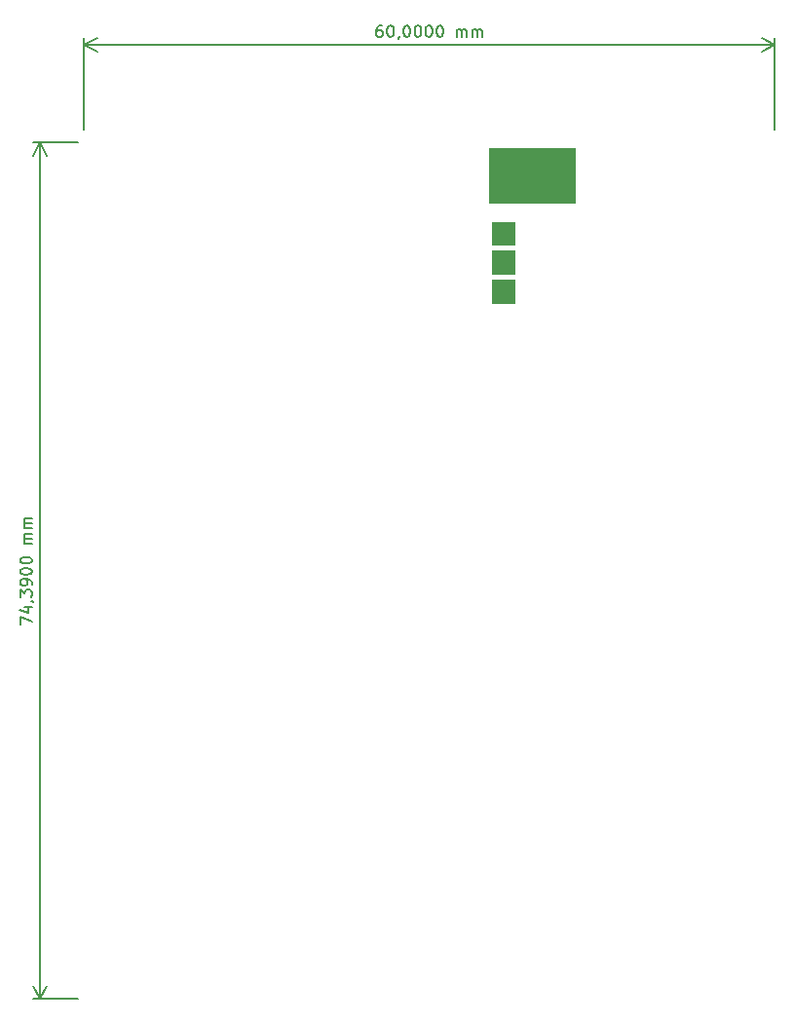
<source format=gbr>
%TF.GenerationSoftware,KiCad,Pcbnew,(6.0.10)*%
%TF.CreationDate,2023-03-05T19:00:04+01:00*%
%TF.ProjectId,HighPrecPosSens,48696768-5072-4656-9350-6f7353656e73,1*%
%TF.SameCoordinates,Original*%
%TF.FileFunction,OtherDrawing,Comment*%
%FSLAX46Y46*%
G04 Gerber Fmt 4.6, Leading zero omitted, Abs format (unit mm)*
G04 Created by KiCad (PCBNEW (6.0.10)) date 2023-03-05 19:00:04*
%MOMM*%
%LPD*%
G01*
G04 APERTURE LIST*
%ADD10C,0.150000*%
%ADD11C,0.100000*%
G04 APERTURE END LIST*
D10*
X57202380Y-96452530D02*
X57202380Y-95785864D01*
X58202380Y-96214435D01*
X57535714Y-94976340D02*
X58202380Y-94976340D01*
X57154761Y-95214435D02*
X57869047Y-95452530D01*
X57869047Y-94833483D01*
X58154761Y-94404911D02*
X58202380Y-94404911D01*
X58297619Y-94452530D01*
X58345238Y-94500149D01*
X57202380Y-94071578D02*
X57202380Y-93452530D01*
X57583333Y-93785864D01*
X57583333Y-93643006D01*
X57630952Y-93547768D01*
X57678571Y-93500149D01*
X57773809Y-93452530D01*
X58011904Y-93452530D01*
X58107142Y-93500149D01*
X58154761Y-93547768D01*
X58202380Y-93643006D01*
X58202380Y-93928721D01*
X58154761Y-94023959D01*
X58107142Y-94071578D01*
X58202380Y-92976340D02*
X58202380Y-92785864D01*
X58154761Y-92690625D01*
X58107142Y-92643006D01*
X57964285Y-92547768D01*
X57773809Y-92500149D01*
X57392857Y-92500149D01*
X57297619Y-92547768D01*
X57250000Y-92595387D01*
X57202380Y-92690625D01*
X57202380Y-92881102D01*
X57250000Y-92976340D01*
X57297619Y-93023959D01*
X57392857Y-93071578D01*
X57630952Y-93071578D01*
X57726190Y-93023959D01*
X57773809Y-92976340D01*
X57821428Y-92881102D01*
X57821428Y-92690625D01*
X57773809Y-92595387D01*
X57726190Y-92547768D01*
X57630952Y-92500149D01*
X57202380Y-91881102D02*
X57202380Y-91785864D01*
X57250000Y-91690625D01*
X57297619Y-91643006D01*
X57392857Y-91595387D01*
X57583333Y-91547768D01*
X57821428Y-91547768D01*
X58011904Y-91595387D01*
X58107142Y-91643006D01*
X58154761Y-91690625D01*
X58202380Y-91785864D01*
X58202380Y-91881102D01*
X58154761Y-91976340D01*
X58107142Y-92023959D01*
X58011904Y-92071578D01*
X57821428Y-92119197D01*
X57583333Y-92119197D01*
X57392857Y-92071578D01*
X57297619Y-92023959D01*
X57250000Y-91976340D01*
X57202380Y-91881102D01*
X57202380Y-90928721D02*
X57202380Y-90833483D01*
X57250000Y-90738244D01*
X57297619Y-90690625D01*
X57392857Y-90643006D01*
X57583333Y-90595387D01*
X57821428Y-90595387D01*
X58011904Y-90643006D01*
X58107142Y-90690625D01*
X58154761Y-90738244D01*
X58202380Y-90833483D01*
X58202380Y-90928721D01*
X58154761Y-91023959D01*
X58107142Y-91071578D01*
X58011904Y-91119197D01*
X57821428Y-91166816D01*
X57583333Y-91166816D01*
X57392857Y-91119197D01*
X57297619Y-91071578D01*
X57250000Y-91023959D01*
X57202380Y-90928721D01*
X58202380Y-89404911D02*
X57535714Y-89404911D01*
X57630952Y-89404911D02*
X57583333Y-89357292D01*
X57535714Y-89262054D01*
X57535714Y-89119197D01*
X57583333Y-89023959D01*
X57678571Y-88976340D01*
X58202380Y-88976340D01*
X57678571Y-88976340D02*
X57583333Y-88928721D01*
X57535714Y-88833483D01*
X57535714Y-88690625D01*
X57583333Y-88595387D01*
X57678571Y-88547768D01*
X58202380Y-88547768D01*
X58202380Y-88071578D02*
X57535714Y-88071578D01*
X57630952Y-88071578D02*
X57583333Y-88023959D01*
X57535714Y-87928721D01*
X57535714Y-87785864D01*
X57583333Y-87690625D01*
X57678571Y-87643006D01*
X58202380Y-87643006D01*
X57678571Y-87643006D02*
X57583333Y-87595387D01*
X57535714Y-87500149D01*
X57535714Y-87357292D01*
X57583333Y-87262054D01*
X57678571Y-87214435D01*
X58202380Y-87214435D01*
X62250000Y-54590864D02*
X58313580Y-54590864D01*
X62250000Y-128980864D02*
X58313580Y-128980864D01*
X58900000Y-54590864D02*
X58900000Y-128980864D01*
X58900000Y-54590864D02*
X58900000Y-128980864D01*
X58900000Y-54590864D02*
X58313579Y-55717368D01*
X58900000Y-54590864D02*
X59486421Y-55717368D01*
X58900000Y-128980864D02*
X59486421Y-127854360D01*
X58900000Y-128980864D02*
X58313579Y-127854360D01*
X88607142Y-44393244D02*
X88416666Y-44393244D01*
X88321428Y-44440864D01*
X88273809Y-44488483D01*
X88178571Y-44631340D01*
X88130952Y-44821816D01*
X88130952Y-45202768D01*
X88178571Y-45298006D01*
X88226190Y-45345625D01*
X88321428Y-45393244D01*
X88511904Y-45393244D01*
X88607142Y-45345625D01*
X88654761Y-45298006D01*
X88702380Y-45202768D01*
X88702380Y-44964673D01*
X88654761Y-44869435D01*
X88607142Y-44821816D01*
X88511904Y-44774197D01*
X88321428Y-44774197D01*
X88226190Y-44821816D01*
X88178571Y-44869435D01*
X88130952Y-44964673D01*
X89321428Y-44393244D02*
X89416666Y-44393244D01*
X89511904Y-44440864D01*
X89559523Y-44488483D01*
X89607142Y-44583721D01*
X89654761Y-44774197D01*
X89654761Y-45012292D01*
X89607142Y-45202768D01*
X89559523Y-45298006D01*
X89511904Y-45345625D01*
X89416666Y-45393244D01*
X89321428Y-45393244D01*
X89226190Y-45345625D01*
X89178571Y-45298006D01*
X89130952Y-45202768D01*
X89083333Y-45012292D01*
X89083333Y-44774197D01*
X89130952Y-44583721D01*
X89178571Y-44488483D01*
X89226190Y-44440864D01*
X89321428Y-44393244D01*
X90130952Y-45345625D02*
X90130952Y-45393244D01*
X90083333Y-45488483D01*
X90035714Y-45536102D01*
X90750000Y-44393244D02*
X90845238Y-44393244D01*
X90940476Y-44440864D01*
X90988095Y-44488483D01*
X91035714Y-44583721D01*
X91083333Y-44774197D01*
X91083333Y-45012292D01*
X91035714Y-45202768D01*
X90988095Y-45298006D01*
X90940476Y-45345625D01*
X90845238Y-45393244D01*
X90750000Y-45393244D01*
X90654761Y-45345625D01*
X90607142Y-45298006D01*
X90559523Y-45202768D01*
X90511904Y-45012292D01*
X90511904Y-44774197D01*
X90559523Y-44583721D01*
X90607142Y-44488483D01*
X90654761Y-44440864D01*
X90750000Y-44393244D01*
X91702380Y-44393244D02*
X91797619Y-44393244D01*
X91892857Y-44440864D01*
X91940476Y-44488483D01*
X91988095Y-44583721D01*
X92035714Y-44774197D01*
X92035714Y-45012292D01*
X91988095Y-45202768D01*
X91940476Y-45298006D01*
X91892857Y-45345625D01*
X91797619Y-45393244D01*
X91702380Y-45393244D01*
X91607142Y-45345625D01*
X91559523Y-45298006D01*
X91511904Y-45202768D01*
X91464285Y-45012292D01*
X91464285Y-44774197D01*
X91511904Y-44583721D01*
X91559523Y-44488483D01*
X91607142Y-44440864D01*
X91702380Y-44393244D01*
X92654761Y-44393244D02*
X92750000Y-44393244D01*
X92845238Y-44440864D01*
X92892857Y-44488483D01*
X92940476Y-44583721D01*
X92988095Y-44774197D01*
X92988095Y-45012292D01*
X92940476Y-45202768D01*
X92892857Y-45298006D01*
X92845238Y-45345625D01*
X92750000Y-45393244D01*
X92654761Y-45393244D01*
X92559523Y-45345625D01*
X92511904Y-45298006D01*
X92464285Y-45202768D01*
X92416666Y-45012292D01*
X92416666Y-44774197D01*
X92464285Y-44583721D01*
X92511904Y-44488483D01*
X92559523Y-44440864D01*
X92654761Y-44393244D01*
X93607142Y-44393244D02*
X93702380Y-44393244D01*
X93797619Y-44440864D01*
X93845238Y-44488483D01*
X93892857Y-44583721D01*
X93940476Y-44774197D01*
X93940476Y-45012292D01*
X93892857Y-45202768D01*
X93845238Y-45298006D01*
X93797619Y-45345625D01*
X93702380Y-45393244D01*
X93607142Y-45393244D01*
X93511904Y-45345625D01*
X93464285Y-45298006D01*
X93416666Y-45202768D01*
X93369047Y-45012292D01*
X93369047Y-44774197D01*
X93416666Y-44583721D01*
X93464285Y-44488483D01*
X93511904Y-44440864D01*
X93607142Y-44393244D01*
X95130952Y-45393244D02*
X95130952Y-44726578D01*
X95130952Y-44821816D02*
X95178571Y-44774197D01*
X95273809Y-44726578D01*
X95416666Y-44726578D01*
X95511904Y-44774197D01*
X95559523Y-44869435D01*
X95559523Y-45393244D01*
X95559523Y-44869435D02*
X95607142Y-44774197D01*
X95702380Y-44726578D01*
X95845238Y-44726578D01*
X95940476Y-44774197D01*
X95988095Y-44869435D01*
X95988095Y-45393244D01*
X96464285Y-45393244D02*
X96464285Y-44726578D01*
X96464285Y-44821816D02*
X96511904Y-44774197D01*
X96607142Y-44726578D01*
X96750000Y-44726578D01*
X96845238Y-44774197D01*
X96892857Y-44869435D01*
X96892857Y-45393244D01*
X96892857Y-44869435D02*
X96940476Y-44774197D01*
X97035714Y-44726578D01*
X97178571Y-44726578D01*
X97273809Y-44774197D01*
X97321428Y-44869435D01*
X97321428Y-45393244D01*
X62750000Y-53480864D02*
X62750000Y-45504444D01*
X122750000Y-53480864D02*
X122750000Y-45504444D01*
X62750000Y-46090864D02*
X122750000Y-46090864D01*
X62750000Y-46090864D02*
X122750000Y-46090864D01*
X62750000Y-46090864D02*
X63876504Y-46677285D01*
X62750000Y-46090864D02*
X63876504Y-45504443D01*
X122750000Y-46090864D02*
X121623496Y-45504443D01*
X122750000Y-46090864D02*
X121623496Y-46677285D01*
%TO.C,U6*%
G36*
X100150000Y-63480864D02*
G01*
X98150000Y-63480864D01*
X98150000Y-61480864D01*
X100150000Y-61480864D01*
X100150000Y-63480864D01*
G37*
D11*
X100150000Y-63480864D02*
X98150000Y-63480864D01*
X98150000Y-61480864D01*
X100150000Y-61480864D01*
X100150000Y-63480864D01*
G36*
X100150000Y-65980864D02*
G01*
X98150000Y-65980864D01*
X98150000Y-63980864D01*
X100150000Y-63980864D01*
X100150000Y-65980864D01*
G37*
X100150000Y-65980864D02*
X98150000Y-65980864D01*
X98150000Y-63980864D01*
X100150000Y-63980864D01*
X100150000Y-65980864D01*
G36*
X105350000Y-59780864D02*
G01*
X97950000Y-59780864D01*
X97950000Y-55080864D01*
X105350000Y-55080864D01*
X105350000Y-59780864D01*
G37*
X105350000Y-59780864D02*
X97950000Y-59780864D01*
X97950000Y-55080864D01*
X105350000Y-55080864D01*
X105350000Y-59780864D01*
G36*
X100150000Y-68480864D02*
G01*
X98150000Y-68480864D01*
X98150000Y-66480864D01*
X100150000Y-66480864D01*
X100150000Y-68480864D01*
G37*
X100150000Y-68480864D02*
X98150000Y-68480864D01*
X98150000Y-66480864D01*
X100150000Y-66480864D01*
X100150000Y-68480864D01*
%TD*%
M02*

</source>
